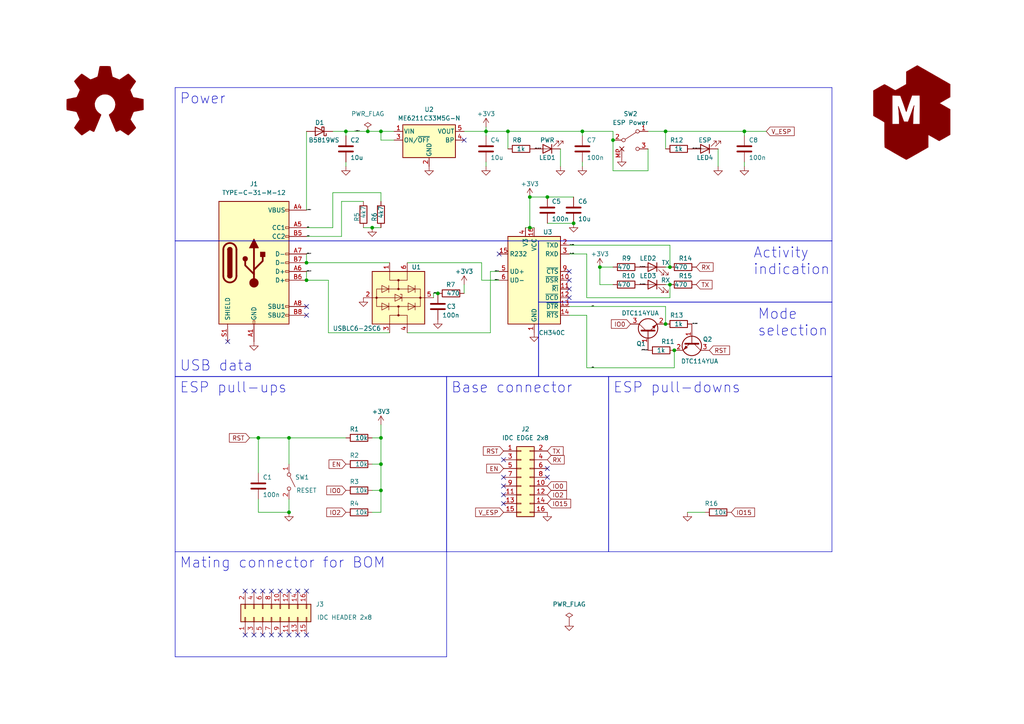
<source format=kicad_sch>
(kicad_sch (version 20211123) (generator eeschema)
  (paper "A4")
  (title_block (title "esp-flasher") (date "2023-02-16") (rev "2.0") (company "makerspace.lt"))
  (lib_symbols
    (symbol "-local:LOGO_KMS" (pin_names (offset 1.016)))
    (symbol "-local:SW_SPDT" (pin_names (offset 0) hide)
      (property "Reference" "SW301" (at -1.27 5.08 0))
      (property "Value" "SW_SPDT" (at 3.81 -5.08 0))
      (symbol "SW_SPDT_1_1"
        (pin passive line (at 5.08 2.54 180) (length 2.54) (name "A") (number "1"))
        (pin passive line (at -5.08 0 0) (length 2.54) (name "B") (number "2"))
        (pin passive line (at 5.08 -2.54 180) (length 2.54) (name "C") (number "3"))
        (pin passive non_logic (at -2.54 -5.08 90) (length 2.54) (name "MP") (number "MP"))
      )
    )
    (symbol "Connector:USB_C_Receptacle_USB2.0" (pin_names (offset 1.016))
      (property "Reference" "J" (at -10.16 19.05 0))
      (property "Value" "USB_C_Receptacle_USB2.0" (at 19.05 19.05 0))
      (symbol "USB_C_Receptacle_USB2.0_1_1"
        (pin passive line (at 0 -22.86 90) (length 5.08) (name "GND") (number "A1"))
        (pin passive line (at 0 -22.86 90) (length 5.08) hide (name "GND") (number "A12"))
        (pin passive line (at 15.24 15.24 180) (length 5.08) (name "VBUS") (number "A4"))
        (pin bidirectional line (at 15.24 10.16 180) (length 5.08) (name "CC1") (number "A5"))
        (pin bidirectional line (at 15.24 -2.54 180) (length 5.08) (name "D+") (number "A6"))
        (pin bidirectional line (at 15.24 2.54 180) (length 5.08) (name "D-") (number "A7"))
        (pin bidirectional line (at 15.24 -12.7 180) (length 5.08) (name "SBU1") (number "A8"))
        (pin passive line (at 15.24 15.24 180) (length 5.08) hide (name "VBUS") (number "A9"))
        (pin passive line (at 0 -22.86 90) (length 5.08) hide (name "GND") (number "B1"))
        (pin passive line (at 0 -22.86 90) (length 5.08) hide (name "GND") (number "B12"))
        (pin passive line (at 15.24 15.24 180) (length 5.08) hide (name "VBUS") (number "B4"))
        (pin bidirectional line (at 15.24 7.62 180) (length 5.08) (name "CC2") (number "B5"))
        (pin bidirectional line (at 15.24 -5.08 180) (length 5.08) (name "D+") (number "B6"))
        (pin bidirectional line (at 15.24 0 180) (length 5.08) (name "D-") (number "B7"))
        (pin bidirectional line (at 15.24 -15.24 180) (length 5.08) (name "SBU2") (number "B8"))
        (pin passive line (at 15.24 15.24 180) (length 5.08) hide (name "VBUS") (number "B9"))
        (pin passive line (at -7.62 -22.86 90) (length 5.08) (name "SHIELD") (number "S1"))
      )
    )
    (symbol "Connector_Generic:Conn_02x08_Odd_Even" (pin_names (offset 1.016) hide)
      (property "Reference" "J" (at 1.27 10.16 0))
      (property "Value" "Conn_02x08_Odd_Even" (at 1.27 -12.7 0))
      (symbol "Conn_02x08_Odd_Even_1_1"
        (pin passive line (at -5.08 7.62 0) (length 3.81) (name "Pin_1") (number "1"))
        (pin passive line (at 7.62 -2.54 180) (length 3.81) (name "Pin_10") (number "10"))
        (pin passive line (at -5.08 -5.08 0) (length 3.81) (name "Pin_11") (number "11"))
        (pin passive line (at 7.62 -5.08 180) (length 3.81) (name "Pin_12") (number "12"))
        (pin passive line (at -5.08 -7.62 0) (length 3.81) (name "Pin_13") (number "13"))
        (pin passive line (at 7.62 -7.62 180) (length 3.81) (name "Pin_14") (number "14"))
        (pin passive line (at -5.08 -10.16 0) (length 3.81) (name "Pin_15") (number "15"))
        (pin passive line (at 7.62 -10.16 180) (length 3.81) (name "Pin_16") (number "16"))
        (pin passive line (at 7.62 7.62 180) (length 3.81) (name "Pin_2") (number "2"))
        (pin passive line (at -5.08 5.08 0) (length 3.81) (name "Pin_3") (number "3"))
        (pin passive line (at 7.62 5.08 180) (length 3.81) (name "Pin_4") (number "4"))
        (pin passive line (at -5.08 2.54 0) (length 3.81) (name "Pin_5") (number "5"))
        (pin passive line (at 7.62 2.54 180) (length 3.81) (name "Pin_6") (number "6"))
        (pin passive line (at -5.08 0 0) (length 3.81) (name "Pin_7") (number "7"))
        (pin passive line (at 7.62 0 180) (length 3.81) (name "Pin_8") (number "8"))
        (pin passive line (at -5.08 -2.54 0) (length 3.81) (name "Pin_9") (number "9"))
      )
    )
    (symbol "Device:C" (pin_numbers hide) (pin_names (offset 0.254))
      (property "Reference" "C" (at 0.635 2.54 0))
      (property "Value" "C" (at 0.635 -2.54 0))
      (symbol "C_1_1"
        (pin passive line (at 0 3.81 270) (length 2.794) (name "~") (number "1"))
        (pin passive line (at 0 -3.81 90) (length 2.794) (name "~") (number "2"))
      )
    )
    (symbol "Device:D_Schottky" (pin_numbers hide) (pin_names (offset 1.016) hide)
      (property "Reference" "D" (at 0 2.54 0))
      (property "Value" "D_Schottky" (at 0 -2.54 0))
      (symbol "D_Schottky_1_1"
        (pin passive line (at -3.81 0 0) (length 2.54) (name "K") (number "1"))
        (pin passive line (at 3.81 0 180) (length 2.54) (name "A") (number "2"))
      )
    )
    (symbol "Device:LED" (pin_numbers hide) (pin_names (offset 1.016) hide)
      (property "Reference" "D" (at 0 2.54 0))
      (property "Value" "LED" (at 0 -2.54 0))
      (symbol "LED_1_1"
        (pin passive line (at -3.81 0 0) (length 2.54) (name "K") (number "1"))
        (pin passive line (at 3.81 0 180) (length 2.54) (name "A") (number "2"))
      )
    )
    (symbol "Device:Q_NPN_BEC" (pin_names (offset 0) hide)
      (property "Reference" "Q" (at 5.08 1.27 0))
      (property "Value" "Q_NPN_BEC" (at 5.08 -1.27 0))
      (symbol "Q_NPN_BEC_1_1"
        (pin input line (at -5.08 0 0) (length 5.715) (name "B") (number "1"))
        (pin passive line (at 2.54 -5.08 90) (length 2.54) (name "E") (number "2"))
        (pin passive line (at 2.54 5.08 270) (length 2.54) (name "C") (number "3"))
      )
    )
    (symbol "Device:R" (pin_numbers hide) (pin_names (offset 0))
      (property "Reference" "R" (at 2.032 0 90))
      (property "Value" "R" (at 0 0 90))
      (symbol "R_1_1"
        (pin passive line (at 0 3.81 270) (length 1.27) (name "~") (number "1"))
        (pin passive line (at 0 -3.81 90) (length 1.27) (name "~") (number "2"))
      )
    )
    (symbol "Graphic:Logo_Open_Hardware_Large" (pin_names (offset 1.016)))
    (symbol "Interface_USB:CH340C"
      (property "Reference" "U" (at -5.08 13.97 0))
      (property "Value" "CH340C" (at 1.27 13.97 0))
      (symbol "CH340C_1_1"
        (pin power_in line (at 0 -15.24 90) (length 2.54) (name "GND") (number "1"))
        (pin input line (at 10.16 0 180) (length 2.54) (name "~{DSR}") (number "10"))
        (pin input line (at 10.16 -2.54 180) (length 2.54) (name "~{RI}") (number "11"))
        (pin input line (at 10.16 -5.08 180) (length 2.54) (name "~{DCD}") (number "12"))
        (pin output line (at 10.16 -7.62 180) (length 2.54) (name "~{DTR}") (number "13"))
        (pin output line (at 10.16 -10.16 180) (length 2.54) (name "~{RTS}") (number "14"))
        (pin input line (at -10.16 7.62 0) (length 2.54) (name "R232") (number "15"))
        (pin power_in line (at 0 15.24 270) (length 2.54) (name "VCC") (number "16"))
        (pin output line (at 10.16 10.16 180) (length 2.54) (name "TXD") (number "2"))
        (pin input line (at 10.16 7.62 180) (length 2.54) (name "RXD") (number "3"))
        (pin passive line (at -2.54 15.24 270) (length 2.54) (name "V3") (number "4"))
        (pin bidirectional line (at -10.16 2.54 0) (length 2.54) (name "UD+") (number "5"))
        (pin bidirectional line (at -10.16 0 0) (length 2.54) (name "UD-") (number "6"))
        (pin no_connect line (at -7.62 -7.62 0) (length 2.54) hide (name "NC") (number "7"))
        (pin no_connect line (at -7.62 -10.16 0) (length 2.54) hide (name "NC") (number "8"))
        (pin input line (at 10.16 2.54 180) (length 2.54) (name "~{CTS}") (number "9"))
      )
    )
    (symbol "Power_Protection:USBLC6-2SC6" (pin_names hide)
      (property "Reference" "U" (at 2.54 8.89 0))
      (property "Value" "USBLC6-2SC6" (at 2.54 -8.89 0))
      (symbol "USBLC6-2SC6_1_1"
        (pin passive line (at -10.16 -2.54 0) (length 2.54) (name "I/O1") (number "1"))
        (pin passive line (at 0 -10.16 90) (length 2.54) (name "GND") (number "2"))
        (pin passive line (at 10.16 -2.54 180) (length 2.54) (name "I/O2") (number "3"))
        (pin passive line (at 10.16 2.54 180) (length 2.54) (name "I/O2") (number "4"))
        (pin passive line (at 0 10.16 270) (length 2.54) (name "VBUS") (number "5"))
        (pin passive line (at -10.16 2.54 0) (length 2.54) (name "I/O1") (number "6"))
      )
    )
    (symbol "Regulator_Linear:LP2985-3.3" (pin_names (offset 0.254))
      (property "Reference" "U" (at -6.35 5.715 0))
      (property "Value" "LP2985-3.3" (at 0 5.715 0))
      (symbol "LP2985-3.3_1_1"
        (pin power_in line (at -10.16 2.54 0) (length 2.54) (name "VIN") (number "1"))
        (pin power_in line (at 0 -7.62 90) (length 2.54) (name "GND") (number "2"))
        (pin input line (at -10.16 0 0) (length 2.54) (name "ON/~{OFF}") (number "3"))
        (pin input line (at 10.16 0 180) (length 2.54) (name "BP") (number "4"))
        (pin power_out line (at 10.16 2.54 180) (length 2.54) (name "VOUT") (number "5"))
      )
    )
    (symbol "Switch:SW_SPST" (pin_names (offset 0) hide)
      (property "Reference" "SW" (at 0 3.175 0))
      (property "Value" "SW_SPST" (at 0 -2.54 0))
      (symbol "SW_SPST_1_1"
        (pin passive line (at -5.08 0 0) (length 2.54) (name "A") (number "1"))
        (pin passive line (at 5.08 0 180) (length 2.54) (name "B") (number "2"))
      )
    )
    (symbol "power:+3V3" (power) (pin_names (offset 0))
      (property "Value" "+3V3" (at 0 3.556 0))
      (symbol "+3V3_1_1"
        (pin power_in line (at 0 0 90) (length 0) hide (name "+3V3") (number "1"))
      )
    )
    (symbol "power:GND" (power) (pin_names (offset 0))
      (property "Value" "GND" (at 0 -3.81 0))
      (symbol "GND_1_1"
        (pin power_in line (at 0 0 270) (length 0) hide (name "GND") (number "1"))
      )
    )
    (symbol "power:PWR_FLAG" (power) (pin_numbers hide) (pin_names (offset 0) hide)
      (property "Value" "PWR_FLAG" (at 0 3.81 0))
      (symbol "PWR_FLAG_0_0"
        (pin power_out line (at 0 0 90) (length 0) (name "pwr") (number "1"))
      )
    )
  )
  (junction (at 194.31 82.55))
  (junction (at 83.82 148.59))
  (junction (at 110.49 127))
  (junction (at 177.8 40.64))
  (junction (at 140.97 38.1))
  (junction (at 153.67 57.15))
  (junction (at 110.49 134.62))
  (junction (at 173.99 77.47))
  (junction (at 110.49 38.1))
  (junction (at 195.58 101.6))
  (junction (at 193.04 38.1))
  (junction (at 74.93 127))
  (junction (at 107.95 66.04))
  (junction (at 168.91 38.1))
  (junction (at 127 85.09))
  (junction (at 166.37 64.77))
  (junction (at 83.82 127))
  (junction (at 110.49 142.24))
  (junction (at 147.32 38.1))
  (junction (at 193.04 93.98))
  (junction (at 100.33 38.1))
  (junction (at 88.9 76.2))
  (junction (at 106.68 38.1))
  (junction (at 153.67 66.04))
  (junction (at 215.9 38.1))
  (junction (at 194.31 77.47))
  (junction (at 158.75 57.15))
  (junction (at 88.9 81.28))
  (no_connect (at 81.28 171.45))
  (no_connect (at 144.78 73.66))
  (no_connect (at 78.74 184.15))
  (no_connect (at 78.74 171.45))
  (no_connect (at 165.1 86.36))
  (no_connect (at 73.66 171.45))
  (no_connect (at 88.9 171.45))
  (no_connect (at 158.75 135.89))
  (no_connect (at 71.12 184.15))
  (no_connect (at 165.1 83.82))
  (no_connect (at 165.1 78.74))
  (no_connect (at 71.12 171.45))
  (no_connect (at 88.9 91.44))
  (no_connect (at 88.9 88.9))
  (no_connect (at 146.05 143.51))
  (no_connect (at 146.05 133.35))
  (no_connect (at 86.36 184.15))
  (no_connect (at 83.82 184.15))
  (no_connect (at 81.28 184.15))
  (no_connect (at 165.1 81.28))
  (no_connect (at 83.82 171.45))
  (no_connect (at 86.36 171.45))
  (no_connect (at 146.05 140.97))
  (no_connect (at 76.2 184.15))
  (no_connect (at 76.2 171.45))
  (no_connect (at 88.9 184.15))
  (no_connect (at 134.62 40.64))
  (no_connect (at 146.05 146.05))
  (no_connect (at 146.05 138.43))
  (no_connect (at 158.75 138.43))
  (no_connect (at 66.04 99.06))
  (no_connect (at 73.66 184.15))
  (wire (pts (xy 110.49 134.62) (xy 110.49 127)))
  (wire (pts (xy 158.75 64.77) (xy 166.37 64.77)))
  (polyline (pts (xy 50.8 109.22) (xy 129.54 109.22)) (stroke (width 0) (type solid)))
  (wire (pts (xy 139.7 81.28) (xy 144.78 81.28)))
  (wire (pts (xy 194.31 77.47) (xy 193.04 77.47)))
  (polyline (pts (xy 129.54 109.22) (xy 129.54 160.02)) (stroke (width 0) (type solid)))
  (wire (pts (xy 140.97 48.26) (xy 140.97 46.99)))
  (polyline (pts (xy 129.54 190.5) (xy 50.8 190.5)) (stroke (width 0) (type solid)))
  (polyline (pts (xy 241.3 109.22) (xy 241.3 160.02)) (stroke (width 0) (type solid)))
  (wire (pts (xy 88.9 73.66) (xy 88.9 76.2)))
  (wire (pts (xy 107.95 134.62) (xy 110.49 134.62)))
  (wire (pts (xy 83.82 127) (xy 100.33 127)))
  (wire (pts (xy 134.62 82.55) (xy 134.62 85.09)))
  (polyline (pts (xy 129.54 160.02) (xy 129.54 190.5)) (stroke (width 0) (type solid)))
  (wire (pts (xy 88.9 68.58) (xy 99.06 68.58)))
  (wire (pts (xy 107.95 142.24) (xy 110.49 142.24)))
  (polyline (pts (xy 50.8 25.4) (xy 241.3 25.4)) (stroke (width 0) (type solid)))
  (polyline (pts (xy 241.3 109.22) (xy 156.21 109.22)) (stroke (width 0) (type solid)))
  (wire (pts (xy 194.31 82.55) (xy 193.04 82.55)))
  (polyline (pts (xy 50.8 160.02) (xy 50.8 190.5)) (stroke (width 0) (type solid)))
  (wire (pts (xy 153.67 57.15) (xy 158.75 57.15)))
  (wire (pts (xy 177.8 49.53) (xy 177.8 40.64)))
  (polyline (pts (xy 50.8 69.85) (xy 156.21 69.85)) (stroke (width 0) (type solid)))
  (wire (pts (xy 153.67 66.04) (xy 153.67 57.15)))
  (wire (pts (xy 118.11 96.52) (xy 142.24 96.52)))
  (wire (pts (xy 193.04 38.1) (xy 215.9 38.1)))
  (polyline (pts (xy 241.3 87.63) (xy 241.3 109.22)) (stroke (width 0) (type solid)))
  (wire (pts (xy 110.49 127) (xy 110.49 123.19)))
  (wire (pts (xy 140.97 38.1) (xy 140.97 39.37)))
  (polyline (pts (xy 129.54 160.02) (xy 50.8 160.02)) (stroke (width 0) (type solid)))
  (wire (pts (xy 95.25 81.28) (xy 88.9 81.28)))
  (wire (pts (xy 99.06 58.42) (xy 105.41 58.42)))
  (wire (pts (xy 96.52 55.88) (xy 110.49 55.88)))
  (wire (pts (xy 208.28 48.26) (xy 208.28 43.18)))
  (wire (pts (xy 88.9 78.74) (xy 88.9 81.28)))
  (wire (pts (xy 147.32 38.1) (xy 147.32 43.18)))
  (polyline (pts (xy 156.21 87.63) (xy 241.3 87.63)) (stroke (width 0) (type solid)))
  (wire (pts (xy 187.96 43.18) (xy 187.96 49.53)))
  (wire (pts (xy 88.9 38.1) (xy 88.9 60.96)))
  (polyline (pts (xy 176.53 109.22) (xy 176.53 160.02)) (stroke (width 0) (type solid)))
  (wire (pts (xy 187.96 49.53) (xy 177.8 49.53)))
  (wire (pts (xy 74.93 144.78) (xy 74.93 148.59)))
  (wire (pts (xy 194.31 71.12) (xy 194.31 77.47)))
  (polyline (pts (xy 156.21 69.85) (xy 241.3 69.85)) (stroke (width 0) (type solid)))
  (polyline (pts (xy 156.21 69.85) (xy 156.21 109.22)) (stroke (width 0) (type solid)))
  (wire (pts (xy 88.9 76.2) (xy 113.03 76.2)))
  (wire (pts (xy 83.82 127) (xy 83.82 134.62)))
  (wire (pts (xy 74.93 148.59) (xy 83.82 148.59)))
  (wire (pts (xy 110.49 38.1) (xy 114.3 38.1)))
  (wire (pts (xy 100.33 48.26) (xy 100.33 46.99)))
  (wire (pts (xy 125.73 86.36) (xy 125.73 85.09)))
  (polyline (pts (xy 176.53 109.22) (xy 241.3 109.22)) (stroke (width 0) (type solid)))
  (polyline (pts (xy 50.8 25.4) (xy 50.8 69.85)) (stroke (width 0) (type solid)))
  (wire (pts (xy 114.3 40.64) (xy 110.49 40.64)))
  (wire (pts (xy 140.97 38.1) (xy 147.32 38.1)))
  (wire (pts (xy 199.39 148.59) (xy 204.47 148.59)))
  (wire (pts (xy 215.9 48.26) (xy 215.9 46.99)))
  (wire (pts (xy 147.32 38.1) (xy 168.91 38.1)))
  (wire (pts (xy 193.04 38.1) (xy 193.04 43.18)))
  (polyline (pts (xy 50.8 109.22) (xy 50.8 160.02)) (stroke (width 0) (type solid)))
  (polyline (pts (xy 156.21 69.85) (xy 156.21 87.63)) (stroke (width 0) (type solid)))
  (wire (pts (xy 165.1 73.66) (xy 170.18 73.66)))
  (wire (pts (xy 215.9 38.1) (xy 215.9 39.37)))
  (wire (pts (xy 96.52 38.1) (xy 100.33 38.1)))
  (wire (pts (xy 110.49 55.88) (xy 110.49 58.42)))
  (wire (pts (xy 168.91 48.26) (xy 168.91 46.99)))
  (wire (pts (xy 165.1 71.12) (xy 194.31 71.12)))
  (wire (pts (xy 187.96 38.1) (xy 193.04 38.1)))
  (wire (pts (xy 113.03 96.52) (xy 95.25 96.52)))
  (wire (pts (xy 170.18 91.44) (xy 170.18 106.68)))
  (wire (pts (xy 106.68 38.1) (xy 110.49 38.1)))
  (wire (pts (xy 194.31 86.36) (xy 194.31 82.55)))
  (polyline (pts (xy 176.53 160.02) (xy 129.54 160.02)) (stroke (width 0) (type solid)))
  (wire (pts (xy 173.99 77.47) (xy 173.99 82.55)))
  (wire (pts (xy 152.4 66.04) (xy 153.67 66.04)))
  (wire (pts (xy 88.9 66.04) (xy 96.52 66.04)))
  (polyline (pts (xy 241.3 160.02) (xy 176.53 160.02)) (stroke (width 0) (type solid)))
  (wire (pts (xy 177.8 77.47) (xy 173.99 77.47)))
  (wire (pts (xy 165.1 91.44) (xy 170.18 91.44)))
  (wire (pts (xy 165.1 88.9) (xy 193.04 88.9)))
  (wire (pts (xy 83.82 148.59) (xy 83.82 144.78)))
  (polyline (pts (xy 50.8 69.85) (xy 50.8 109.22)) (stroke (width 0) (type solid)))
  (polyline (pts (xy 156.21 87.63) (xy 156.21 109.22)) (stroke (width 0) (type solid)))
  (wire (pts (xy 107.95 127) (xy 110.49 127)))
  (polyline (pts (xy 241.3 87.63) (xy 156.21 87.63)) (stroke (width 0) (type solid)))
  (wire (pts (xy 100.33 39.37) (xy 100.33 38.1)))
  (wire (pts (xy 170.18 73.66) (xy 170.18 86.36)))
  (wire (pts (xy 158.75 57.15) (xy 166.37 57.15)))
  (wire (pts (xy 74.93 127) (xy 83.82 127)))
  (wire (pts (xy 193.04 88.9) (xy 193.04 93.98)))
  (wire (pts (xy 142.24 96.52) (xy 142.24 78.74)))
  (wire (pts (xy 110.49 142.24) (xy 110.49 134.62)))
  (wire (pts (xy 110.49 148.59) (xy 110.49 142.24)))
  (wire (pts (xy 170.18 86.36) (xy 194.31 86.36)))
  (wire (pts (xy 118.11 76.2) (xy 139.7 76.2)))
  (wire (pts (xy 153.67 66.04) (xy 154.94 66.04)))
  (wire (pts (xy 215.9 38.1) (xy 222.25 38.1)))
  (wire (pts (xy 177.8 40.64) (xy 177.8 38.1)))
  (polyline (pts (xy 129.54 109.22) (xy 129.54 160.02)) (stroke (width 0) (type solid)))
  (wire (pts (xy 107.95 148.59) (xy 110.49 148.59)))
  (wire (pts (xy 95.25 96.52) (xy 95.25 81.28)))
  (wire (pts (xy 100.33 38.1) (xy 106.68 38.1)))
  (polyline (pts (xy 241.3 69.85) (xy 50.8 69.85)) (stroke (width 0) (type solid)))
  (wire (pts (xy 140.97 36.83) (xy 140.97 38.1)))
  (wire (pts (xy 177.8 38.1) (xy 168.91 38.1)))
  (wire (pts (xy 139.7 76.2) (xy 139.7 81.28)))
  (polyline (pts (xy 176.53 109.22) (xy 176.53 160.02)) (stroke (width 0) (type solid)))
  (wire (pts (xy 134.62 38.1) (xy 140.97 38.1)))
  (wire (pts (xy 142.24 78.74) (xy 144.78 78.74)))
  (wire (pts (xy 162.56 48.26) (xy 162.56 43.18)))
  (polyline (pts (xy 129.54 109.22) (xy 176.53 109.22)) (stroke (width 0) (type solid)))
  (wire (pts (xy 173.99 82.55) (xy 177.8 82.55)))
  (polyline (pts (xy 156.21 109.22) (xy 50.8 109.22)) (stroke (width 0) (type solid)))
  (polyline (pts (xy 241.3 25.4) (xy 241.3 69.85)) (stroke (width 0) (type solid)))
  (wire (pts (xy 74.93 127) (xy 74.93 137.16)))
  (wire (pts (xy 195.58 106.68) (xy 195.58 101.6)))
  (wire (pts (xy 168.91 38.1) (xy 168.91 39.37)))
  (wire (pts (xy 170.18 106.68) (xy 195.58 106.68)))
  (wire (pts (xy 96.52 66.04) (xy 96.52 55.88)))
  (wire (pts (xy 105.41 66.04) (xy 107.95 66.04)))
  (polyline (pts (xy 241.3 69.85) (xy 241.3 87.63)) (stroke (width 0) (type solid)))
  (wire (pts (xy 125.73 85.09) (xy 127 85.09)))
  (wire (pts (xy 99.06 68.58) (xy 99.06 58.42)))
  (wire (pts (xy 110.49 40.64) (xy 110.49 38.1)))
  (wire (pts (xy 107.95 66.04) (xy 110.49 66.04)))
  (wire (pts (xy 72.39 127) (xy 74.93 127)))
  (text "Activity\nindication" (at 218.44 80.01 0) (effects (font (size 3 3)) (justify left bottom)))
  (text "USB data" (at 52.07 107.95 0) (effects (font (size 3 3)) (justify left bottom)))
  (text "Power" (at 52.07 30.48 0) (effects (font (size 3 3)) (justify left bottom)))
  (text "Base connector" (at 130.81 114.3 0) (effects (font (size 3 3)) (justify left bottom)))
  (text "ESP pull-downs" (at 177.8 114.3 0) (effects (font (size 3 3)) (justify left bottom)))
  (text "ESP pull-ups" (at 52.07 114.3 0) (effects (font (size 3 3)) (justify left bottom)))
  (text "Mating connector for BOM" (at 52.07 165.1 0) (effects (font (size 3 3)) (justify left bottom)))
  (text "Mode\nselection" (at 219.71 97.79 0) (effects (font (size 3 3)) (justify left bottom)))
  (label "USB_ESD_P" (at 125.73 85.09 0) (effects (font (size 0.2 0.2))))
  (label "_CC1" (at 88.9 66.04 0) (effects (font (size 0.2 0.2))))
  (label "_RTS" (at 171.45 106.68 0) (effects (font (size 0.2 0.2))))
  (label "V_USB_P" (at 102.87 38.1 0) (effects (font (size 0.2 0.2))))
  (label "USBE_D-" (at 88.9 73.66 0) (effects (font (size 0.2 0.2))))
  (label "V_USB_E" (at 88.9 60.96 0) (effects (font (size 0.2 0.2))))
  (label "_PWR_LED_CL" (at 154.94 43.18 0) (effects (font (size 0.2 0.2))))
  (label "_RST_BASE" (at 200.66 93.98 0) (effects (font (size 0.2 0.2))))
  (label "_RX_LED_CL" (at 185.42 82.55 0) (effects (font (size 0.2 0.2))))
  (label "_TX_USB" (at 165.1 71.12 0) (effects (font (size 0.2 0.2))))
  (label "USBE_D+" (at 88.9 78.74 0) (effects (font (size 0.2 0.2))))
  (label "_RX_USB" (at 165.1 73.66 0) (effects (font (size 0.2 0.2))))
  (label "_CC2" (at 88.9 68.58 0) (effects (font (size 0.2 0.2))))
  (label "_GPIO0_base" (at 187.96 101.6 180) (effects (font (size 0.2 0.2))))
  (label "_TX_LED_CL" (at 185.42 77.47 0) (effects (font (size 0.2 0.2))))
  (label "_ESP_PWR_LED_CL" (at 200.66 43.18 0) (effects (font (size 0.2 0.2))))
  (label "USB_D-" (at 144.78 81.28 180) (effects (font (size 0.2 0.2))))
  (label "USB_D+" (at 144.78 78.74 180) (effects (font (size 0.2 0.2))))
  (label "_DTR" (at 171.45 88.9 0) (effects (font (size 0.2 0.2))))
  (global_label "RST" (shape input) (at 146.05 130.81 180) (property "Intersheet References" "${INTERSHEET_REFS}" (effects hide)))
  (global_label "RX" (shape input) (at 201.93 77.47 0) (property "Intersheet References" "${INTERSHEET_REFS}" (effects hide)))
  (global_label "RX" (shape input) (at 158.75 133.35 0) (property "Intersheet References" "${INTERSHEET_REFS}" (effects hide)))
  (global_label "EN" (shape input) (at 146.05 135.89 180) (property "Intersheet References" "${INTERSHEET_REFS}" (effects hide)))
  (global_label "IO0" (shape input) (at 158.75 140.97 0) (property "Intersheet References" "${INTERSHEET_REFS}" (effects hide)))
  (global_label "IO0" (shape input) (at 182.88 93.98 180) (property "Intersheet References" "${INTERSHEET_REFS}" (effects hide)))
  (global_label "IO0" (shape input) (at 100.33 142.24 180) (property "Intersheet References" "${INTERSHEET_REFS}" (effects hide)))
  (global_label "V_ESP" (shape input) (at 222.25 38.1 0) (property "Intersheet References" "${INTERSHEET_REFS}" (effects hide)))
  (global_label "RST" (shape input) (at 205.74 101.6 0) (property "Intersheet References" "${INTERSHEET_REFS}" (effects hide)))
  (global_label "IO15" (shape input) (at 158.75 146.05 0) (property "Intersheet References" "${INTERSHEET_REFS}" (effects hide)))
  (global_label "V_ESP" (shape input) (at 146.05 148.59 180) (property "Intersheet References" "${INTERSHEET_REFS}" (effects hide)))
  (global_label "RST" (shape input) (at 72.39 127 180) (property "Intersheet References" "${INTERSHEET_REFS}" (effects hide)))
  (global_label "EN" (shape input) (at 100.33 134.62 180) (property "Intersheet References" "${INTERSHEET_REFS}" (effects hide)))
  (global_label "TX" (shape input) (at 201.93 82.55 0) (property "Intersheet References" "${INTERSHEET_REFS}" (effects hide)))
  (global_label "IO2" (shape input) (at 158.75 143.51 0) (property "Intersheet References" "${INTERSHEET_REFS}" (effects hide)))
  (global_label "IO2" (shape input) (at 100.33 148.59 180) (property "Intersheet References" "${INTERSHEET_REFS}" (effects hide)))
  (global_label "IO15" (shape input) (at 212.09 148.59 0) (property "Intersheet References" "${INTERSHEET_REFS}" (effects hide)))
  (global_label "TX" (shape input) (at 158.75 130.81 0) (property "Intersheet References" "${INTERSHEET_REFS}" (effects hide)))
  (symbol (lib_id "Device:R") (at 110.49 62.23 180) (unit 1)
    (property "Reference" "R6" (at 108.585 61.595 90) (effects (justify left)))
    (property "Value" "4k7" (at 110.49 59.69 90) (effects (justify left)))
    (property "Footprint" "Resistor_SMD:R_0805_2012Metric" (effects hide))
    (property "jlc-part-type" "B" (effects hide))
    (property "lcsc#" "C17673" (effects hide))
  )
  (symbol (lib_id "Device:C") (at 158.75 60.96 0) (unit 1)
    (property "Reference" "C5" (at 160.02 58.42 0) (effects (justify left)))
    (property "Value" "100n" (at 160.02 63.5 0) (effects (justify left)))
    (property "Footprint" "Capacitor_SMD:C_0805_2012Metric" (effects hide))
    (property "jlc-part-type" "B" (effects hide))
    (property "lcsc#" "C28233" (effects hide))
  )
  (symbol (lib_id "Device:R") (at 105.41 62.23 180) (unit 1)
    (property "Reference" "R5" (at 103.505 61.595 90) (effects (justify left)))
    (property "Value" "4k7" (at 105.41 59.69 90) (effects (justify left)))
    (property "Footprint" "Resistor_SMD:R_0805_2012Metric" (effects hide))
    (property "jlc-part-type" "B" (effects hide))
    (property "lcsc#" "C17673" (effects hide))
  )
  (symbol (lib_id "Connector:USB_C_Receptacle_USB2.0") (at 73.66 76.2 0) (unit 1)
    (property "Reference" "J1" (at 73.66 53.34 0))
    (property "Value" "TYPE-C-31-M-12" (at 73.66 55.88 0))
    (property "Footprint" "-local:USB_C_Receptacle_HRO_TYPE-C-31-M-12" (effects hide))
    (property "Datasheet" "https://datasheet.lcsc.com/lcsc/2205251630_Korean-Hroparts-Elec-TYPE-C-31-M-12_C165948.pdf" (effects hide))
    (property "lcsc#" "C165948" (effects hide))
    (property "jlc-part-type" "E" (effects hide))
    (property "mpn" "TYPE-C-31-M-12" (effects hide))
  )
  (symbol (lib_id "Interface_USB:CH340C") (at 154.94 81.28 0) (unit 1)
    (property "Reference" "U3" (at 157.48 67.31 0) (effects (justify left)))
    (property "Value" "CH340C" (at 156.21 96.52 0) (effects (justify left)))
    (property "Footprint" "Package_SO:SOIC-16_3.9x9.9mm_P1.27mm" (effects hide))
    (property "Datasheet" "https://datasheet.lcsc.com/szlcsc/Jiangsu-Qin-Heng-CH340C_C84681.pdf" (effects hide))
    (property "lcsc#" "C84681" (effects hide))
    (property "jlc-part-type" "E" (effects hide))
    (property "mpn" "CH340C" (effects hide))
  )
  (symbol (lib_id "Connector_Generic:Conn_02x08_Odd_Even") (at 151.13 138.43 0) (unit 1)
    (property "Reference" "J2" (at 152.4 124.46 0))
    (property "Value" "IDC EDGE 2x8" (at 152.4 127 0))
    (property "Footprint" "-local:IDC-Female_2x08_P2.54mm_Edge" (effects hide))
    (property "jlc-part-type" "-" (effects hide))
    (property "lcsc#" "C601927" (effects hide))
  )
  (symbol (lib_id "power:GND") (at 215.9 48.26 0) (unit 1)
    (property "Reference" "#PWR022" (effects hide))
    (property "Value" "GND" (effects hide))
  )
  (symbol (lib_id "power:+3V3") (at 134.62 82.55 0) (unit 1)
    (property "Reference" "#PWR09" (effects hide))
    (property "Value" "+3V3" (at 134.62 78.74 0))
  )
  (symbol (lib_id "Device:R") (at 104.14 142.24 90) (unit 1)
    (property "Reference" "R3" (at 104.14 139.7 90) (effects (justify left)))
    (property "Value" "10k" (at 106.68 142.24 90) (effects (justify left)))
    (property "Footprint" "Resistor_SMD:R_0805_2012Metric" (effects hide))
    (property "jlc-part-type" "B" (effects hide))
    (property "lcsc#" "C17414" (effects hide))
  )
  (symbol (lib_id "Power_Protection:USBLC6-2SC6") (at 115.57 86.36 270) (unit 1)
    (property "Reference" "U1" (at 119.38 77.47 90) (effects (justify left)))
    (property "Value" "USBLC6-2SC6" (at 96.52 95.25 90) (effects (justify left)))
    (property "Footprint" "Package_TO_SOT_SMD:SOT-23-6" (effects hide))
    (property "Datasheet" "https://datasheet.lcsc.com/lcsc/2211151800_HXY-MOSFET-USBLC6-2SC6_C5261088.pdf" (effects hide))
    (property "lcsc#" "C5261088" (effects hide))
    (property "jlc-part-type" "E" (effects hide))
    (property "mpn" "USBLC6-2SC6" (effects hide))
  )
  (symbol (lib_id "power:GND") (at 165.1 180.34 0) (unit 1)
    (property "Reference" "#PWR023" (effects hide))
    (property "Value" "GND" (effects hide))
  )
  (symbol (lib_id "Device:R") (at 104.14 134.62 90) (unit 1)
    (property "Reference" "R2" (at 104.14 132.08 90) (effects (justify left)))
    (property "Value" "10k" (at 106.68 134.62 90) (effects (justify left)))
    (property "Footprint" "Resistor_SMD:R_0805_2012Metric" (effects hide))
    (property "jlc-part-type" "B" (effects hide))
    (property "lcsc#" "C17414" (effects hide))
  )
  (symbol (lib_id "power:PWR_FLAG") (at 165.1 180.34 0) (unit 1)
    (property "Reference" "#FLG02" (effects hide))
    (property "Value" "PWR_FLAG" (at 165.1 175.26 0))
  )
  (symbol (lib_id "power:PWR_FLAG") (at 106.68 38.1 0) (unit 1)
    (property "Reference" "#FLG01" (effects hide))
    (property "Value" "PWR_FLAG" (at 106.68 33.02 0))
  )
  (symbol (lib_id "Device:LED") (at 189.23 77.47 0) (mirror y) (unit 1)
    (property "Reference" "LED2" (at 187.96 74.93 0))
    (property "Value" "TX" (at 193.04 76.2 0))
    (property "Footprint" "LED_SMD:LED_0805_2012Metric" (effects hide))
    (property "Datasheet" "https://datasheet.lcsc.com/lcsc/1806151820_Hubei-KENTO-Elec-C2297_C2297.pdf" (effects hide))
    (property "jlc-part-type" "B" (effects hide))
    (property "lcsc#" "C2297" (effects hide))
  )
  (symbol (lib_id "power:GND") (at 208.28 48.26 0) (unit 1)
    (property "Reference" "#PWR021" (effects hide))
    (property "Value" "GND" (effects hide))
  )
  (symbol (lib_id "Device:C") (at 127 88.9 0) (unit 1)
    (property "Reference" "C3" (at 129.54 88.9 0) (effects (justify left)))
    (property "Value" "100n" (at 128.27 91.44 0) (effects (justify left)))
    (property "Footprint" "Capacitor_SMD:C_0805_2012Metric" (effects hide))
    (property "jlc-part-type" "B" (effects hide))
    (property "lcsc#" "C28233" (effects hide))
  )
  (symbol (lib_id "Device:C") (at 168.91 43.18 0) (unit 1)
    (property "Reference" "C7" (at 170.18 40.64 0) (effects (justify left)))
    (property "Value" "100n" (at 170.18 45.72 0) (effects (justify left)))
    (property "Footprint" "Capacitor_SMD:C_0805_2012Metric" (effects hide))
    (property "jlc-part-type" "B" (effects hide))
    (property "lcsc#" "C28233" (effects hide))
  )
  (symbol (lib_id "power:+3V3") (at 110.49 123.19 0) (unit 1)
    (property "Reference" "#PWR06" (effects hide))
    (property "Value" "+3V3" (at 110.49 119.38 0))
  )
  (symbol (lib_id "Device:R") (at 196.85 93.98 270) (unit 1)
    (property "Reference" "R13" (at 194.31 91.44 90) (effects (justify left)))
    (property "Value" "1k" (at 195.58 93.98 90) (effects (justify left)))
    (property "Footprint" "Resistor_SMD:R_0805_2012Metric" (effects hide))
    (property "jlc-part-type" "B" (effects hide))
    (property "lcsc#" "C17513" (effects hide))
  )
  (symbol (lib_id "Device:R") (at 130.81 85.09 90) (unit 1)
    (property "Reference" "R7" (at 132.08 82.55 90) (effects (justify left)))
    (property "Value" "470" (at 133.35 85.09 90) (effects (justify left)))
    (property "Footprint" "Resistor_SMD:R_0805_2012Metric" (effects hide))
    (property "jlc-part-type" "B" (effects hide))
    (property "lcsc#" "C17710" (effects hide))
  )
  (symbol (lib_id "-local:LOGO_KMS") (at 262.89 31.75 0) (unit 1) (in_bom no)
    (property "Reference" "G2" (effects hide))
    (property "Value" "LOGO_KMS" (effects hide))
    (property "Footprint" "-local:logo_kms_small_silkscreen" (effects hide))
  )
  (symbol (lib_id "power:GND") (at 162.56 48.26 0) (unit 1)
    (property "Reference" "#PWR015" (effects hide))
    (property "Value" "GND" (effects hide))
  )
  (symbol (lib_id "power:GND") (at 83.82 148.59 0) (unit 1)
    (property "Reference" "#PWR02" (effects hide))
    (property "Value" "GND" (effects hide))
  )
  (symbol (lib_id "Device:C") (at 215.9 43.18 0) (unit 1)
    (property "Reference" "C8" (at 217.17 40.64 0) (effects (justify left)))
    (property "Value" "100n" (at 217.17 45.72 0) (effects (justify left)))
    (property "Footprint" "Capacitor_SMD:C_0805_2012Metric" (effects hide))
    (property "jlc-part-type" "B" (effects hide))
    (property "lcsc#" "C28233" (effects hide))
  )
  (symbol (lib_id "Device:LED") (at 204.47 43.18 180) (unit 1)
    (property "Reference" "LED4" (at 204.47 45.72 0))
    (property "Value" "ESP" (at 204.47 40.64 0))
    (property "Footprint" "LED_SMD:LED_0805_2012Metric" (effects hide))
    (property "Datasheet" "https://datasheet.lcsc.com/lcsc/1806151820_Hubei-KENTO-Elec-C2297_C2297.pdf" (effects hide))
    (property "jlc-part-type" "B" (effects hide))
    (property "lcsc#" "C2297" (effects hide))
  )
  (symbol (lib_id "power:GND") (at 168.91 48.26 0) (unit 1)
    (property "Reference" "#PWR017" (effects hide))
    (property "Value" "GND" (effects hide))
  )
  (symbol (lib_id "Device:R") (at 104.14 127 90) (unit 1)
    (property "Reference" "R1" (at 104.14 124.46 90) (effects (justify left)))
    (property "Value" "10k" (at 106.68 127 90) (effects (justify left)))
    (property "Footprint" "Resistor_SMD:R_0805_2012Metric" (effects hide))
    (property "jlc-part-type" "B" (effects hide))
    (property "lcsc#" "C17414" (effects hide))
  )
  (symbol (lib_id "power:GND") (at 124.46 48.26 0) (unit 1)
    (property "Reference" "#PWR07" (effects hide))
    (property "Value" "GND" (effects hide))
  )
  (symbol (lib_id "Device:R") (at 191.77 101.6 270) (unit 1)
    (property "Reference" "R11" (at 191.77 99.06 90) (effects (justify left)))
    (property "Value" "1k" (at 190.5 101.6 90) (effects (justify left)))
    (property "Footprint" "Resistor_SMD:R_0805_2012Metric" (effects hide))
    (property "jlc-part-type" "B" (effects hide))
    (property "lcsc#" "C17513" (effects hide))
  )
  (symbol (lib_id "Device:C") (at 74.93 140.97 0) (unit 1)
    (property "Reference" "C1" (at 76.2 138.43 0) (effects (justify left)))
    (property "Value" "100n" (at 76.2 143.51 0) (effects (justify left)))
    (property "Footprint" "Capacitor_SMD:C_0805_2012Metric" (effects hide))
    (property "jlc-part-type" "B" (effects hide))
    (property "lcsc#" "C28233" (effects hide))
  )
  (symbol (lib_id "power:+3V3") (at 140.97 36.83 0) (unit 1)
    (property "Reference" "#PWR010" (effects hide))
    (property "Value" "+3V3" (at 140.97 33.02 0))
  )
  (symbol (lib_id "Device:R") (at 198.12 77.47 270) (mirror x) (unit 1)
    (property "Reference" "R14" (at 196.85 74.93 90) (effects (justify left)))
    (property "Value" "470" (at 195.58 77.47 90) (effects (justify left)))
    (property "Footprint" "Resistor_SMD:R_0805_2012Metric" (effects hide))
    (property "jlc-part-type" "B" (effects hide))
    (property "lcsc#" "C17710" (effects hide))
  )
  (symbol (lib_id "Device:LED") (at 189.23 82.55 0) (mirror y) (unit 1)
    (property "Reference" "LED3" (at 187.96 80.01 0))
    (property "Value" "RX" (at 193.04 81.28 0))
    (property "Footprint" "LED_SMD:LED_0805_2012Metric" (effects hide))
    (property "Datasheet" "https://datasheet.lcsc.com/lcsc/1806151820_Hubei-KENTO-Elec-C2297_C2297.pdf" (effects hide))
    (property "jlc-part-type" "B" (effects hide))
    (property "lcsc#" "C2297" (effects hide))
  )
  (symbol (lib_id "Connector_Generic:Conn_02x08_Odd_Even") (at 78.74 179.07 90) (unit 1) (on_board no)
    (property "Reference" "J3" (at 93.98 175.26 90) (effects (justify left)))
    (property "Value" "IDC HEADER 2x8" (at 107.95 179.07 90) (effects (justify left)))
    (property "jlc-part-type" "-" (effects hide))
    (property "lcsc#" "C3406" (effects hide))
  )
  (symbol (lib_id "power:GND") (at 140.97 48.26 0) (unit 1)
    (property "Reference" "#PWR011" (effects hide))
    (property "Value" "GND" (effects hide))
  )
  (symbol (lib_id "Device:D_Schottky") (at 92.71 38.1 180) (unit 1)
    (property "Reference" "D1" (at 92.71 35.56 0))
    (property "Value" "B5819WS" (at 93.98 40.64 0))
    (property "Footprint" "Diode_SMD:D_SOD-323" (effects hide))
    (property "Datasheet" "https://datasheet.lcsc.com/lcsc/1811011616_Shandong-Jingdao-Microelectronics-B5819WS_C169530.pdf" (effects hide))
    (property "lcsc#" "C169530" (effects hide))
    (property "jlc-part-type" "E" (effects hide))
    (property "mpn" "B5819WS" (effects hide))
  )
  (symbol (lib_id "power:GND") (at 73.66 99.06 0) (unit 1)
    (property "Reference" "#PWR01" (effects hide))
    (property "Value" "GND" (effects hide))
  )
  (symbol (lib_id "Device:R") (at 181.61 82.55 270) (mirror x) (unit 1)
    (property "Reference" "R10" (at 180.34 80.01 90) (effects (justify left)))
    (property "Value" "470" (at 179.07 82.55 90) (effects (justify left)))
    (property "Footprint" "Resistor_SMD:R_0805_2012Metric" (effects hide))
    (property "jlc-part-type" "B" (effects hide))
    (property "lcsc#" "C17710" (effects hide))
  )
  (symbol (lib_id "power:GND") (at 100.33 48.26 0) (unit 1)
    (property "Reference" "#PWR03" (effects hide))
    (property "Value" "GND" (effects hide))
  )
  (symbol (lib_id "Device:LED") (at 158.75 43.18 180) (unit 1)
    (property "Reference" "LED1" (at 158.75 45.72 0))
    (property "Value" "PWR" (at 158.75 40.64 0))
    (property "Footprint" "LED_SMD:LED_0805_2012Metric" (effects hide))
    (property "Datasheet" "https://datasheet.lcsc.com/lcsc/1806151820_Hubei-KENTO-Elec-C2297_C2297.pdf" (effects hide))
    (property "jlc-part-type" "B" (effects hide))
    (property "lcsc#" "C2297" (effects hide))
  )
  (symbol (lib_id "Switch:SW_SPST") (at 83.82 139.7 270) (unit 1)
    (property "Reference" "SW1" (at 87.63 138.43 90))
    (property "Value" "RESET" (at 88.9 142.24 90))
    (property "Footprint" "-local:1TS003B-2400-3500A-CT" (effects hide))
    (property "Datasheet" "https://datasheet.lcsc.com/lcsc/1811070920_HYP--Hongyuan-Precision-1TS003B-2400-3500A-CT_C319398.pdf" (effects hide))
    (property "lcsc#" "C319398" (effects hide))
    (property "jlc-part-type" "E" (effects hide))
    (property "mpn" "1TS003B-2400-3500A-CT" (effects hide))
  )
  (symbol (lib_id "Device:C") (at 100.33 43.18 0) (unit 1)
    (property "Reference" "C2" (at 101.6 40.64 0) (effects (justify left)))
    (property "Value" "10u" (at 101.6 45.72 0) (effects (justify left)))
    (property "Footprint" "Capacitor_SMD:C_0805_2012Metric" (effects hide))
    (property "jlc-part-type" "B" (effects hide))
    (property "lcsc#" "C15850" (effects hide))
  )
  (symbol (lib_id "Device:R") (at 151.13 43.18 270) (unit 1)
    (property "Reference" "R8" (at 148.59 40.64 90) (effects (justify left)))
    (property "Value" "1k" (at 149.86 43.18 90) (effects (justify left)))
    (property "Footprint" "Resistor_SMD:R_0805_2012Metric" (effects hide))
    (property "jlc-part-type" "B" (effects hide))
    (property "lcsc#" "C17513" (effects hide))
  )
  (symbol (lib_id "-local:SW_SPDT") (at 182.88 40.64 0) (unit 1)
    (property "Reference" "SW2" (at 182.88 33.02 0))
    (property "Value" "ESP Power" (at 182.88 35.56 0))
    (property "Footprint" "-local:SW_SPDT_PCM12" (effects hide))
    (property "Datasheet" "https://datasheet.lcsc.com/lcsc/1808041445_ALPSALPINE-SSSS811101_C109335.pdf" (effects hide))
    (property "lcsc#" "C109335" (effects hide))
    (property "jlc-part-type" "E" (effects hide))
    (property "mpn" "SSSS811101" (effects hide))
  )
  (symbol (lib_id "Device:R") (at 181.61 77.47 270) (mirror x) (unit 1)
    (property "Reference" "R9" (at 180.34 74.93 90) (effects (justify left)))
    (property "Value" "470" (at 179.07 77.47 90) (effects (justify left)))
    (property "Footprint" "Resistor_SMD:R_0805_2012Metric" (effects hide))
    (property "jlc-part-type" "B" (effects hide))
    (property "lcsc#" "C17710" (effects hide))
  )
  (symbol (lib_id "power:GND") (at 166.37 64.77 0) (unit 1)
    (property "Reference" "#PWR016" (effects hide))
    (property "Value" "GND" (effects hide))
  )
  (symbol (lib_id "Device:R") (at 208.28 148.59 90) (unit 1)
    (property "Reference" "R16" (at 208.28 146.05 90) (effects (justify left)))
    (property "Value" "10k" (at 210.82 148.59 90) (effects (justify left)))
    (property "Footprint" "Resistor_SMD:R_0805_2012Metric" (effects hide))
    (property "jlc-part-type" "B" (effects hide))
    (property "lcsc#" "C17414" (effects hide))
  )
  (symbol (lib_id "Device:Q_NPN_BEC") (at 187.96 96.52 90) (unit 1)
    (property "Reference" "Q1" (at 187.325 99.695 90) (effects (justify left)))
    (property "Value" "DTC114YUA" (at 191.135 90.805 90) (effects (justify left)))
    (property "Footprint" "Package_TO_SOT_SMD:SOT-323_SC-70" (effects hide))
    (property "Datasheet" "https://datasheet.lcsc.com/lcsc/1809212227_Changjiang-Electronics-Tech-CJ-DTC114YUA_C13490.pdf" (effects hide))
    (property "lcsc#" "C13490" (effects hide))
    (property "jlc-part-type" "E" (effects hide))
    (property "mpn" "DTC114YUA" (effects hide))
  )
  (symbol (lib_id "Device:C") (at 166.37 60.96 0) (unit 1)
    (property "Reference" "C6" (at 167.64 58.42 0) (effects (justify left)))
    (property "Value" "10u" (at 167.64 63.5 0) (effects (justify left)))
    (property "Footprint" "Capacitor_SMD:C_0805_2012Metric" (effects hide))
    (property "jlc-part-type" "B" (effects hide))
    (property "lcsc#" "C15850" (effects hide))
  )
  (symbol (lib_id "power:GND") (at 107.95 66.04 0) (unit 1)
    (property "Reference" "#PWR05" (effects hide))
    (property "Value" "GND" (effects hide))
  )
  (symbol (lib_id "Device:R") (at 198.12 82.55 270) (mirror x) (unit 1)
    (property "Reference" "R15" (at 196.85 80.01 90) (effects (justify left)))
    (property "Value" "470" (at 195.58 82.55 90) (effects (justify left)))
    (property "Footprint" "Resistor_SMD:R_0805_2012Metric" (effects hide))
    (property "jlc-part-type" "B" (effects hide))
    (property "lcsc#" "C17710" (effects hide))
  )
  (symbol (lib_id "Device:R") (at 104.14 148.59 90) (unit 1)
    (property "Reference" "R4" (at 104.14 146.05 90) (effects (justify left)))
    (property "Value" "10k" (at 106.68 148.59 90) (effects (justify left)))
    (property "Footprint" "Resistor_SMD:R_0805_2012Metric" (effects hide))
    (property "jlc-part-type" "B" (effects hide))
    (property "lcsc#" "C17414" (effects hide))
  )
  (symbol (lib_id "Device:R") (at 196.85 43.18 270) (unit 1)
    (property "Reference" "R12" (at 194.31 40.64 90) (effects (justify left)))
    (property "Value" "1k" (at 195.58 43.18 90) (effects (justify left)))
    (property "Footprint" "Resistor_SMD:R_0805_2012Metric" (effects hide))
    (property "jlc-part-type" "B" (effects hide))
    (property "lcsc#" "C17513" (effects hide))
  )
  (symbol (lib_id "power:GND") (at 127 92.71 0) (unit 1)
    (property "Reference" "#PWR08" (effects hide))
    (property "Value" "GND" (effects hide))
  )
  (symbol (lib_id "power:GND") (at 105.41 86.36 0) (unit 1)
    (property "Reference" "#PWR04" (effects hide))
    (property "Value" "GND" (effects hide))
  )
  (symbol (lib_id "power:GND") (at 180.34 45.72 0) (unit 1)
    (property "Reference" "#PWR019" (effects hide))
    (property "Value" "GND" (effects hide))
  )
  (symbol (lib_id "power:GND") (at 154.94 96.52 0) (unit 1)
    (property "Reference" "#PWR013" (effects hide))
    (property "Value" "GND" (effects hide))
  )
  (symbol (lib_id "Device:Q_NPN_BEC") (at 200.66 99.06 270) (unit 1)
    (property "Reference" "Q2" (at 203.835 98.425 90) (effects (justify left)))
    (property "Value" "DTC114YUA" (at 197.485 104.775 90) (effects (justify left)))
    (property "Footprint" "Package_TO_SOT_SMD:SOT-323_SC-70" (effects hide))
    (property "Datasheet" "https://datasheet.lcsc.com/lcsc/1809212227_Changjiang-Electronics-Tech-CJ-DTC114YUA_C13490.pdf" (effects hide))
    (property "lcsc#" "C13490" (effects hide))
    (property "jlc-part-type" "E" (effects hide))
    (property "mpn" "DTC114YUA" (effects hide))
  )
  (symbol (lib_id "power:+3V3") (at 173.99 77.47 0) (mirror y) (unit 1)
    (property "Reference" "#PWR018" (effects hide))
    (property "Value" "+3V3" (at 173.99 73.66 0))
  )
  (symbol (lib_id "Device:C") (at 140.97 43.18 0) (unit 1)
    (property "Reference" "C4" (at 142.24 40.64 0) (effects (justify left)))
    (property "Value" "10u" (at 142.24 45.72 0) (effects (justify left)))
    (property "Footprint" "Capacitor_SMD:C_0805_2012Metric" (effects hide))
    (property "jlc-part-type" "B" (effects hide))
    (property "lcsc#" "C15850" (effects hide))
  )
  (symbol (lib_id "power:GND") (at 199.39 148.59 0) (unit 1)
    (property "Reference" "#PWR020" (effects hide))
    (property "Value" "GND" (effects hide))
  )
  (symbol (lib_id "Regulator_Linear:LP2985-3.3") (at 124.46 40.64 0) (unit 1)
    (property "Reference" "U2" (at 124.46 31.75 0))
    (property "Value" "ME6211C33M5G-N" (at 124.46 34.29 0))
    (property "Footprint" "Package_TO_SOT_SMD:SOT-23-5" (effects hide))
    (property "Datasheet" "https://datasheet.lcsc.com/lcsc/1811131510_MICRONE-Nanjing-Micro-One-Elec-ME6211C33M5G-N_C82942.pdf" (effects hide))
    (property "lcsc#" "C82942" (effects hide))
    (property "jlc-part-type" "E" (effects hide))
    (property "mpn" "ME6211C33M5G-N" (effects hide))
  )
  (symbol (lib_id "Graphic:Logo_Open_Hardware_Large") (at 30.48 30.48 0) (unit 1) (in_bom no)
    (property "Reference" "G1" (effects hide))
    (property "Value" "Logo_Open_Hardware_Large" (effects hide))
    (property "Footprint" "Symbol:OSHW-Symbol_6.7x6mm_SilkScreen" (effects hide))
  )
  (symbol (lib_id "power:GND") (at 158.75 148.59 0) (unit 1)
    (property "Reference" "#PWR014" (effects hide))
    (property "Value" "GND" (effects hide))
  )
  (symbol (lib_id "power:+3V3") (at 153.67 57.15 0) (unit 1)
    (property "Reference" "#PWR012" (effects hide))
    (property "Value" "+3V3" (at 153.67 53.34 0))
  )
)
</source>
